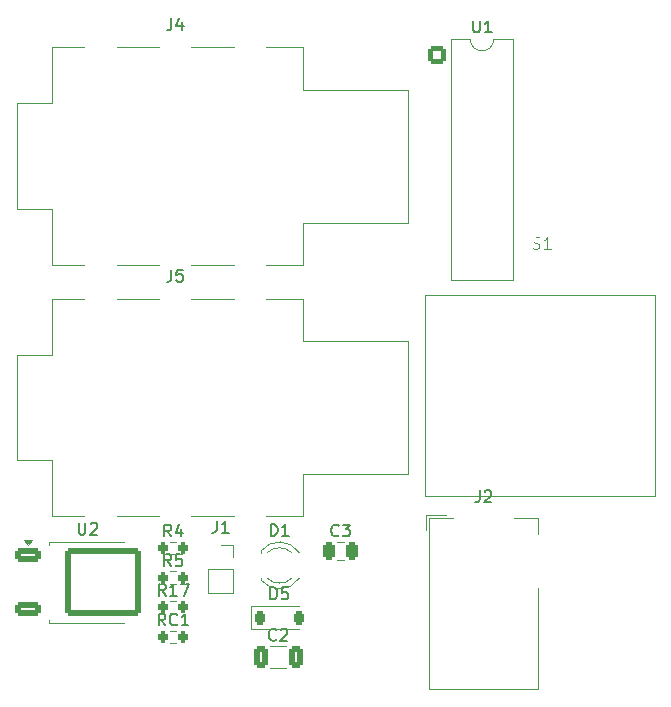
<source format=gbr>
%TF.GenerationSoftware,KiCad,Pcbnew,9.0.2*%
%TF.CreationDate,2025-06-29T21:27:56+12:00*%
%TF.ProjectId,Delay,44656c61-792e-46b6-9963-61645f706362,rev?*%
%TF.SameCoordinates,Original*%
%TF.FileFunction,Legend,Top*%
%TF.FilePolarity,Positive*%
%FSLAX46Y46*%
G04 Gerber Fmt 4.6, Leading zero omitted, Abs format (unit mm)*
G04 Created by KiCad (PCBNEW 9.0.2) date 2025-06-29 21:27:56*
%MOMM*%
%LPD*%
G01*
G04 APERTURE LIST*
G04 Aperture macros list*
%AMRoundRect*
0 Rectangle with rounded corners*
0 $1 Rounding radius*
0 $2 $3 $4 $5 $6 $7 $8 $9 X,Y pos of 4 corners*
0 Add a 4 corners polygon primitive as box body*
4,1,4,$2,$3,$4,$5,$6,$7,$8,$9,$2,$3,0*
0 Add four circle primitives for the rounded corners*
1,1,$1+$1,$2,$3*
1,1,$1+$1,$4,$5*
1,1,$1+$1,$6,$7*
1,1,$1+$1,$8,$9*
0 Add four rect primitives between the rounded corners*
20,1,$1+$1,$2,$3,$4,$5,0*
20,1,$1+$1,$4,$5,$6,$7,0*
20,1,$1+$1,$6,$7,$8,$9,0*
20,1,$1+$1,$8,$9,$2,$3,0*%
G04 Aperture macros list end*
%ADD10C,0.150000*%
%ADD11C,0.100000*%
%ADD12C,0.120000*%
%ADD13RoundRect,0.250000X-0.850000X-0.350000X0.850000X-0.350000X0.850000X0.350000X-0.850000X0.350000X0*%
%ADD14RoundRect,0.249997X-2.950003X-2.650003X2.950003X-2.650003X2.950003X2.650003X-2.950003X2.650003X0*%
%ADD15RoundRect,0.250000X-0.550000X-0.550000X0.550000X-0.550000X0.550000X0.550000X-0.550000X0.550000X0*%
%ADD16C,1.600000*%
%ADD17O,4.500000X3.000000*%
%ADD18RoundRect,0.200000X-0.200000X-0.275000X0.200000X-0.275000X0.200000X0.275000X-0.200000X0.275000X0*%
%ADD19C,3.000000*%
%ADD20R,4.600000X2.000000*%
%ADD21O,4.200000X2.000000*%
%ADD22O,2.000000X4.200000*%
%ADD23R,1.350000X1.350000*%
%ADD24C,1.350000*%
%ADD25RoundRect,0.225000X-0.225000X-0.375000X0.225000X-0.375000X0.225000X0.375000X-0.225000X0.375000X0*%
%ADD26R,1.800000X1.800000*%
%ADD27C,1.800000*%
%ADD28RoundRect,0.250000X-0.250000X-0.475000X0.250000X-0.475000X0.250000X0.475000X-0.250000X0.475000X0*%
%ADD29RoundRect,0.250000X-0.325000X-0.650000X0.325000X-0.650000X0.325000X0.650000X-0.325000X0.650000X0*%
G04 APERTURE END LIST*
D10*
X83928095Y-79789819D02*
X83928095Y-80599342D01*
X83928095Y-80599342D02*
X83975714Y-80694580D01*
X83975714Y-80694580D02*
X84023333Y-80742200D01*
X84023333Y-80742200D02*
X84118571Y-80789819D01*
X84118571Y-80789819D02*
X84309047Y-80789819D01*
X84309047Y-80789819D02*
X84404285Y-80742200D01*
X84404285Y-80742200D02*
X84451904Y-80694580D01*
X84451904Y-80694580D02*
X84499523Y-80599342D01*
X84499523Y-80599342D02*
X84499523Y-79789819D01*
X84928095Y-79885057D02*
X84975714Y-79837438D01*
X84975714Y-79837438D02*
X85070952Y-79789819D01*
X85070952Y-79789819D02*
X85309047Y-79789819D01*
X85309047Y-79789819D02*
X85404285Y-79837438D01*
X85404285Y-79837438D02*
X85451904Y-79885057D01*
X85451904Y-79885057D02*
X85499523Y-79980295D01*
X85499523Y-79980295D02*
X85499523Y-80075533D01*
X85499523Y-80075533D02*
X85451904Y-80218390D01*
X85451904Y-80218390D02*
X84880476Y-80789819D01*
X84880476Y-80789819D02*
X85499523Y-80789819D01*
X117308095Y-37274819D02*
X117308095Y-38084342D01*
X117308095Y-38084342D02*
X117355714Y-38179580D01*
X117355714Y-38179580D02*
X117403333Y-38227200D01*
X117403333Y-38227200D02*
X117498571Y-38274819D01*
X117498571Y-38274819D02*
X117689047Y-38274819D01*
X117689047Y-38274819D02*
X117784285Y-38227200D01*
X117784285Y-38227200D02*
X117831904Y-38179580D01*
X117831904Y-38179580D02*
X117879523Y-38084342D01*
X117879523Y-38084342D02*
X117879523Y-37274819D01*
X118879523Y-38274819D02*
X118308095Y-38274819D01*
X118593809Y-38274819D02*
X118593809Y-37274819D01*
X118593809Y-37274819D02*
X118498571Y-37417676D01*
X118498571Y-37417676D02*
X118403333Y-37512914D01*
X118403333Y-37512914D02*
X118308095Y-37560533D01*
D11*
X122363095Y-56534800D02*
X122505952Y-56582419D01*
X122505952Y-56582419D02*
X122744047Y-56582419D01*
X122744047Y-56582419D02*
X122839285Y-56534800D01*
X122839285Y-56534800D02*
X122886904Y-56487180D01*
X122886904Y-56487180D02*
X122934523Y-56391942D01*
X122934523Y-56391942D02*
X122934523Y-56296704D01*
X122934523Y-56296704D02*
X122886904Y-56201466D01*
X122886904Y-56201466D02*
X122839285Y-56153847D01*
X122839285Y-56153847D02*
X122744047Y-56106228D01*
X122744047Y-56106228D02*
X122553571Y-56058609D01*
X122553571Y-56058609D02*
X122458333Y-56010990D01*
X122458333Y-56010990D02*
X122410714Y-55963371D01*
X122410714Y-55963371D02*
X122363095Y-55868133D01*
X122363095Y-55868133D02*
X122363095Y-55772895D01*
X122363095Y-55772895D02*
X122410714Y-55677657D01*
X122410714Y-55677657D02*
X122458333Y-55630038D01*
X122458333Y-55630038D02*
X122553571Y-55582419D01*
X122553571Y-55582419D02*
X122791666Y-55582419D01*
X122791666Y-55582419D02*
X122934523Y-55630038D01*
X123886904Y-56582419D02*
X123315476Y-56582419D01*
X123601190Y-56582419D02*
X123601190Y-55582419D01*
X123601190Y-55582419D02*
X123505952Y-55725276D01*
X123505952Y-55725276D02*
X123410714Y-55820514D01*
X123410714Y-55820514D02*
X123315476Y-55868133D01*
D10*
X91263333Y-88474819D02*
X90930000Y-87998628D01*
X90691905Y-88474819D02*
X90691905Y-87474819D01*
X90691905Y-87474819D02*
X91072857Y-87474819D01*
X91072857Y-87474819D02*
X91168095Y-87522438D01*
X91168095Y-87522438D02*
X91215714Y-87570057D01*
X91215714Y-87570057D02*
X91263333Y-87665295D01*
X91263333Y-87665295D02*
X91263333Y-87808152D01*
X91263333Y-87808152D02*
X91215714Y-87903390D01*
X91215714Y-87903390D02*
X91168095Y-87951009D01*
X91168095Y-87951009D02*
X91072857Y-87998628D01*
X91072857Y-87998628D02*
X90691905Y-87998628D01*
X92263333Y-88379580D02*
X92215714Y-88427200D01*
X92215714Y-88427200D02*
X92072857Y-88474819D01*
X92072857Y-88474819D02*
X91977619Y-88474819D01*
X91977619Y-88474819D02*
X91834762Y-88427200D01*
X91834762Y-88427200D02*
X91739524Y-88331961D01*
X91739524Y-88331961D02*
X91691905Y-88236723D01*
X91691905Y-88236723D02*
X91644286Y-88046247D01*
X91644286Y-88046247D02*
X91644286Y-87903390D01*
X91644286Y-87903390D02*
X91691905Y-87712914D01*
X91691905Y-87712914D02*
X91739524Y-87617676D01*
X91739524Y-87617676D02*
X91834762Y-87522438D01*
X91834762Y-87522438D02*
X91977619Y-87474819D01*
X91977619Y-87474819D02*
X92072857Y-87474819D01*
X92072857Y-87474819D02*
X92215714Y-87522438D01*
X92215714Y-87522438D02*
X92263333Y-87570057D01*
X93215714Y-88474819D02*
X92644286Y-88474819D01*
X92930000Y-88474819D02*
X92930000Y-87474819D01*
X92930000Y-87474819D02*
X92834762Y-87617676D01*
X92834762Y-87617676D02*
X92739524Y-87712914D01*
X92739524Y-87712914D02*
X92644286Y-87760533D01*
X91287142Y-85964819D02*
X90953809Y-85488628D01*
X90715714Y-85964819D02*
X90715714Y-84964819D01*
X90715714Y-84964819D02*
X91096666Y-84964819D01*
X91096666Y-84964819D02*
X91191904Y-85012438D01*
X91191904Y-85012438D02*
X91239523Y-85060057D01*
X91239523Y-85060057D02*
X91287142Y-85155295D01*
X91287142Y-85155295D02*
X91287142Y-85298152D01*
X91287142Y-85298152D02*
X91239523Y-85393390D01*
X91239523Y-85393390D02*
X91191904Y-85441009D01*
X91191904Y-85441009D02*
X91096666Y-85488628D01*
X91096666Y-85488628D02*
X90715714Y-85488628D01*
X92239523Y-85964819D02*
X91668095Y-85964819D01*
X91953809Y-85964819D02*
X91953809Y-84964819D01*
X91953809Y-84964819D02*
X91858571Y-85107676D01*
X91858571Y-85107676D02*
X91763333Y-85202914D01*
X91763333Y-85202914D02*
X91668095Y-85250533D01*
X92572857Y-84964819D02*
X93239523Y-84964819D01*
X93239523Y-84964819D02*
X92810952Y-85964819D01*
X91763333Y-83454819D02*
X91430000Y-82978628D01*
X91191905Y-83454819D02*
X91191905Y-82454819D01*
X91191905Y-82454819D02*
X91572857Y-82454819D01*
X91572857Y-82454819D02*
X91668095Y-82502438D01*
X91668095Y-82502438D02*
X91715714Y-82550057D01*
X91715714Y-82550057D02*
X91763333Y-82645295D01*
X91763333Y-82645295D02*
X91763333Y-82788152D01*
X91763333Y-82788152D02*
X91715714Y-82883390D01*
X91715714Y-82883390D02*
X91668095Y-82931009D01*
X91668095Y-82931009D02*
X91572857Y-82978628D01*
X91572857Y-82978628D02*
X91191905Y-82978628D01*
X92668095Y-82454819D02*
X92191905Y-82454819D01*
X92191905Y-82454819D02*
X92144286Y-82931009D01*
X92144286Y-82931009D02*
X92191905Y-82883390D01*
X92191905Y-82883390D02*
X92287143Y-82835771D01*
X92287143Y-82835771D02*
X92525238Y-82835771D01*
X92525238Y-82835771D02*
X92620476Y-82883390D01*
X92620476Y-82883390D02*
X92668095Y-82931009D01*
X92668095Y-82931009D02*
X92715714Y-83026247D01*
X92715714Y-83026247D02*
X92715714Y-83264342D01*
X92715714Y-83264342D02*
X92668095Y-83359580D01*
X92668095Y-83359580D02*
X92620476Y-83407200D01*
X92620476Y-83407200D02*
X92525238Y-83454819D01*
X92525238Y-83454819D02*
X92287143Y-83454819D01*
X92287143Y-83454819D02*
X92191905Y-83407200D01*
X92191905Y-83407200D02*
X92144286Y-83359580D01*
X91763333Y-80944819D02*
X91430000Y-80468628D01*
X91191905Y-80944819D02*
X91191905Y-79944819D01*
X91191905Y-79944819D02*
X91572857Y-79944819D01*
X91572857Y-79944819D02*
X91668095Y-79992438D01*
X91668095Y-79992438D02*
X91715714Y-80040057D01*
X91715714Y-80040057D02*
X91763333Y-80135295D01*
X91763333Y-80135295D02*
X91763333Y-80278152D01*
X91763333Y-80278152D02*
X91715714Y-80373390D01*
X91715714Y-80373390D02*
X91668095Y-80421009D01*
X91668095Y-80421009D02*
X91572857Y-80468628D01*
X91572857Y-80468628D02*
X91191905Y-80468628D01*
X92620476Y-80278152D02*
X92620476Y-80944819D01*
X92382381Y-79897200D02*
X92144286Y-80611485D01*
X92144286Y-80611485D02*
X92763333Y-80611485D01*
X91766666Y-58364819D02*
X91766666Y-59079104D01*
X91766666Y-59079104D02*
X91719047Y-59221961D01*
X91719047Y-59221961D02*
X91623809Y-59317200D01*
X91623809Y-59317200D02*
X91480952Y-59364819D01*
X91480952Y-59364819D02*
X91385714Y-59364819D01*
X92719047Y-58364819D02*
X92242857Y-58364819D01*
X92242857Y-58364819D02*
X92195238Y-58841009D01*
X92195238Y-58841009D02*
X92242857Y-58793390D01*
X92242857Y-58793390D02*
X92338095Y-58745771D01*
X92338095Y-58745771D02*
X92576190Y-58745771D01*
X92576190Y-58745771D02*
X92671428Y-58793390D01*
X92671428Y-58793390D02*
X92719047Y-58841009D01*
X92719047Y-58841009D02*
X92766666Y-58936247D01*
X92766666Y-58936247D02*
X92766666Y-59174342D01*
X92766666Y-59174342D02*
X92719047Y-59269580D01*
X92719047Y-59269580D02*
X92671428Y-59317200D01*
X92671428Y-59317200D02*
X92576190Y-59364819D01*
X92576190Y-59364819D02*
X92338095Y-59364819D01*
X92338095Y-59364819D02*
X92242857Y-59317200D01*
X92242857Y-59317200D02*
X92195238Y-59269580D01*
X91766666Y-37084819D02*
X91766666Y-37799104D01*
X91766666Y-37799104D02*
X91719047Y-37941961D01*
X91719047Y-37941961D02*
X91623809Y-38037200D01*
X91623809Y-38037200D02*
X91480952Y-38084819D01*
X91480952Y-38084819D02*
X91385714Y-38084819D01*
X92671428Y-37418152D02*
X92671428Y-38084819D01*
X92433333Y-37037200D02*
X92195238Y-37751485D01*
X92195238Y-37751485D02*
X92814285Y-37751485D01*
X117866666Y-77054819D02*
X117866666Y-77769104D01*
X117866666Y-77769104D02*
X117819047Y-77911961D01*
X117819047Y-77911961D02*
X117723809Y-78007200D01*
X117723809Y-78007200D02*
X117580952Y-78054819D01*
X117580952Y-78054819D02*
X117485714Y-78054819D01*
X118295238Y-77150057D02*
X118342857Y-77102438D01*
X118342857Y-77102438D02*
X118438095Y-77054819D01*
X118438095Y-77054819D02*
X118676190Y-77054819D01*
X118676190Y-77054819D02*
X118771428Y-77102438D01*
X118771428Y-77102438D02*
X118819047Y-77150057D01*
X118819047Y-77150057D02*
X118866666Y-77245295D01*
X118866666Y-77245295D02*
X118866666Y-77340533D01*
X118866666Y-77340533D02*
X118819047Y-77483390D01*
X118819047Y-77483390D02*
X118247619Y-78054819D01*
X118247619Y-78054819D02*
X118866666Y-78054819D01*
X95626666Y-79644819D02*
X95626666Y-80359104D01*
X95626666Y-80359104D02*
X95579047Y-80501961D01*
X95579047Y-80501961D02*
X95483809Y-80597200D01*
X95483809Y-80597200D02*
X95340952Y-80644819D01*
X95340952Y-80644819D02*
X95245714Y-80644819D01*
X96626666Y-80644819D02*
X96055238Y-80644819D01*
X96340952Y-80644819D02*
X96340952Y-79644819D01*
X96340952Y-79644819D02*
X96245714Y-79787676D01*
X96245714Y-79787676D02*
X96150476Y-79882914D01*
X96150476Y-79882914D02*
X96055238Y-79930533D01*
X100166905Y-86264819D02*
X100166905Y-85264819D01*
X100166905Y-85264819D02*
X100405000Y-85264819D01*
X100405000Y-85264819D02*
X100547857Y-85312438D01*
X100547857Y-85312438D02*
X100643095Y-85407676D01*
X100643095Y-85407676D02*
X100690714Y-85502914D01*
X100690714Y-85502914D02*
X100738333Y-85693390D01*
X100738333Y-85693390D02*
X100738333Y-85836247D01*
X100738333Y-85836247D02*
X100690714Y-86026723D01*
X100690714Y-86026723D02*
X100643095Y-86121961D01*
X100643095Y-86121961D02*
X100547857Y-86217200D01*
X100547857Y-86217200D02*
X100405000Y-86264819D01*
X100405000Y-86264819D02*
X100166905Y-86264819D01*
X101643095Y-85264819D02*
X101166905Y-85264819D01*
X101166905Y-85264819D02*
X101119286Y-85741009D01*
X101119286Y-85741009D02*
X101166905Y-85693390D01*
X101166905Y-85693390D02*
X101262143Y-85645771D01*
X101262143Y-85645771D02*
X101500238Y-85645771D01*
X101500238Y-85645771D02*
X101595476Y-85693390D01*
X101595476Y-85693390D02*
X101643095Y-85741009D01*
X101643095Y-85741009D02*
X101690714Y-85836247D01*
X101690714Y-85836247D02*
X101690714Y-86074342D01*
X101690714Y-86074342D02*
X101643095Y-86169580D01*
X101643095Y-86169580D02*
X101595476Y-86217200D01*
X101595476Y-86217200D02*
X101500238Y-86264819D01*
X101500238Y-86264819D02*
X101262143Y-86264819D01*
X101262143Y-86264819D02*
X101166905Y-86217200D01*
X101166905Y-86217200D02*
X101119286Y-86169580D01*
X100191905Y-80894819D02*
X100191905Y-79894819D01*
X100191905Y-79894819D02*
X100430000Y-79894819D01*
X100430000Y-79894819D02*
X100572857Y-79942438D01*
X100572857Y-79942438D02*
X100668095Y-80037676D01*
X100668095Y-80037676D02*
X100715714Y-80132914D01*
X100715714Y-80132914D02*
X100763333Y-80323390D01*
X100763333Y-80323390D02*
X100763333Y-80466247D01*
X100763333Y-80466247D02*
X100715714Y-80656723D01*
X100715714Y-80656723D02*
X100668095Y-80751961D01*
X100668095Y-80751961D02*
X100572857Y-80847200D01*
X100572857Y-80847200D02*
X100430000Y-80894819D01*
X100430000Y-80894819D02*
X100191905Y-80894819D01*
X101715714Y-80894819D02*
X101144286Y-80894819D01*
X101430000Y-80894819D02*
X101430000Y-79894819D01*
X101430000Y-79894819D02*
X101334762Y-80037676D01*
X101334762Y-80037676D02*
X101239524Y-80132914D01*
X101239524Y-80132914D02*
X101144286Y-80180533D01*
X105933333Y-80849580D02*
X105885714Y-80897200D01*
X105885714Y-80897200D02*
X105742857Y-80944819D01*
X105742857Y-80944819D02*
X105647619Y-80944819D01*
X105647619Y-80944819D02*
X105504762Y-80897200D01*
X105504762Y-80897200D02*
X105409524Y-80801961D01*
X105409524Y-80801961D02*
X105361905Y-80706723D01*
X105361905Y-80706723D02*
X105314286Y-80516247D01*
X105314286Y-80516247D02*
X105314286Y-80373390D01*
X105314286Y-80373390D02*
X105361905Y-80182914D01*
X105361905Y-80182914D02*
X105409524Y-80087676D01*
X105409524Y-80087676D02*
X105504762Y-79992438D01*
X105504762Y-79992438D02*
X105647619Y-79944819D01*
X105647619Y-79944819D02*
X105742857Y-79944819D01*
X105742857Y-79944819D02*
X105885714Y-79992438D01*
X105885714Y-79992438D02*
X105933333Y-80040057D01*
X106266667Y-79944819D02*
X106885714Y-79944819D01*
X106885714Y-79944819D02*
X106552381Y-80325771D01*
X106552381Y-80325771D02*
X106695238Y-80325771D01*
X106695238Y-80325771D02*
X106790476Y-80373390D01*
X106790476Y-80373390D02*
X106838095Y-80421009D01*
X106838095Y-80421009D02*
X106885714Y-80516247D01*
X106885714Y-80516247D02*
X106885714Y-80754342D01*
X106885714Y-80754342D02*
X106838095Y-80849580D01*
X106838095Y-80849580D02*
X106790476Y-80897200D01*
X106790476Y-80897200D02*
X106695238Y-80944819D01*
X106695238Y-80944819D02*
X106409524Y-80944819D01*
X106409524Y-80944819D02*
X106314286Y-80897200D01*
X106314286Y-80897200D02*
X106266667Y-80849580D01*
X100643333Y-89669580D02*
X100595714Y-89717200D01*
X100595714Y-89717200D02*
X100452857Y-89764819D01*
X100452857Y-89764819D02*
X100357619Y-89764819D01*
X100357619Y-89764819D02*
X100214762Y-89717200D01*
X100214762Y-89717200D02*
X100119524Y-89621961D01*
X100119524Y-89621961D02*
X100071905Y-89526723D01*
X100071905Y-89526723D02*
X100024286Y-89336247D01*
X100024286Y-89336247D02*
X100024286Y-89193390D01*
X100024286Y-89193390D02*
X100071905Y-89002914D01*
X100071905Y-89002914D02*
X100119524Y-88907676D01*
X100119524Y-88907676D02*
X100214762Y-88812438D01*
X100214762Y-88812438D02*
X100357619Y-88764819D01*
X100357619Y-88764819D02*
X100452857Y-88764819D01*
X100452857Y-88764819D02*
X100595714Y-88812438D01*
X100595714Y-88812438D02*
X100643333Y-88860057D01*
X101024286Y-88860057D02*
X101071905Y-88812438D01*
X101071905Y-88812438D02*
X101167143Y-88764819D01*
X101167143Y-88764819D02*
X101405238Y-88764819D01*
X101405238Y-88764819D02*
X101500476Y-88812438D01*
X101500476Y-88812438D02*
X101548095Y-88860057D01*
X101548095Y-88860057D02*
X101595714Y-88955295D01*
X101595714Y-88955295D02*
X101595714Y-89050533D01*
X101595714Y-89050533D02*
X101548095Y-89193390D01*
X101548095Y-89193390D02*
X100976667Y-89764819D01*
X100976667Y-89764819D02*
X101595714Y-89764819D01*
D12*
%TO.C,U2*%
X81380000Y-81385000D02*
X81380000Y-81655000D01*
X81380000Y-88285000D02*
X81380000Y-88015000D01*
X87800000Y-81385000D02*
X81380000Y-81385000D01*
X87800000Y-88285000D02*
X81380000Y-88285000D01*
X79650000Y-81695000D02*
X79310000Y-81225000D01*
X79990000Y-81225000D01*
X79650000Y-81695000D01*
G36*
X79650000Y-81695000D02*
G01*
X79310000Y-81225000D01*
X79990000Y-81225000D01*
X79650000Y-81695000D01*
G37*
%TO.C,U1*%
X115420000Y-38820000D02*
X115420000Y-59260000D01*
X115420000Y-59260000D02*
X120720000Y-59260000D01*
X117070000Y-38820000D02*
X115420000Y-38820000D01*
X120720000Y-38820000D02*
X119070000Y-38820000D01*
X120720000Y-59260000D02*
X120720000Y-38820000D01*
X119070000Y-38820000D02*
G75*
G02*
X117070000Y-38820000I-1000000J0D01*
G01*
%TO.C,S1*%
D11*
X113225000Y-60525000D02*
X132725000Y-60525000D01*
X132725000Y-77525000D01*
X113225000Y-77525000D01*
X113225000Y-60525000D01*
D12*
%TO.C,RC1*%
X91692742Y-88927500D02*
X92167258Y-88927500D01*
X91692742Y-89972500D02*
X92167258Y-89972500D01*
%TO.C,R17*%
X91692742Y-86417500D02*
X92167258Y-86417500D01*
X91692742Y-87462500D02*
X92167258Y-87462500D01*
%TO.C,R5*%
X91692742Y-83907500D02*
X92167258Y-83907500D01*
X91692742Y-84952500D02*
X92167258Y-84952500D01*
%TO.C,R4*%
X91692742Y-81397500D02*
X92167258Y-81397500D01*
X91692742Y-82442500D02*
X92167258Y-82442500D01*
%TO.C,J5*%
X78680000Y-65555000D02*
X81680000Y-65555000D01*
X78680000Y-74455000D02*
X78680000Y-65555000D01*
X78680000Y-74495000D02*
X81680000Y-74495000D01*
X81680000Y-60805000D02*
X84400000Y-60805000D01*
X81680000Y-65555000D02*
X81680000Y-60805000D01*
X81680000Y-79245000D02*
X81680000Y-74495000D01*
X84400000Y-79245000D02*
X81680000Y-79245000D01*
X87150000Y-60805000D02*
X90750000Y-60805000D01*
X90750000Y-79245000D02*
X87150000Y-79245000D01*
X93450000Y-60805000D02*
X97050000Y-60805000D01*
X97050000Y-79245000D02*
X93450000Y-79245000D01*
X102920000Y-60805000D02*
X99800000Y-60805000D01*
X102920000Y-64405000D02*
X102920000Y-60805000D01*
X102920000Y-64405000D02*
X111770000Y-64405000D01*
X102920000Y-75645000D02*
X111770000Y-75645000D01*
X102920000Y-79245000D02*
X99800000Y-79245000D01*
X102920000Y-79245000D02*
X102920000Y-75645000D01*
X111770000Y-75645000D02*
X111770000Y-64405000D01*
%TO.C,J4*%
X78680000Y-44275000D02*
X81680000Y-44275000D01*
X78680000Y-53175000D02*
X78680000Y-44275000D01*
X78680000Y-53215000D02*
X81680000Y-53215000D01*
X81680000Y-39525000D02*
X84400000Y-39525000D01*
X81680000Y-44275000D02*
X81680000Y-39525000D01*
X81680000Y-57965000D02*
X81680000Y-53215000D01*
X84400000Y-57965000D02*
X81680000Y-57965000D01*
X87150000Y-39525000D02*
X90750000Y-39525000D01*
X90750000Y-57965000D02*
X87150000Y-57965000D01*
X93450000Y-39525000D02*
X97050000Y-39525000D01*
X97050000Y-57965000D02*
X93450000Y-57965000D01*
X102920000Y-39525000D02*
X99800000Y-39525000D01*
X102920000Y-43125000D02*
X102920000Y-39525000D01*
X102920000Y-43125000D02*
X111770000Y-43125000D01*
X102920000Y-54365000D02*
X111770000Y-54365000D01*
X102920000Y-57965000D02*
X99800000Y-57965000D01*
X102920000Y-57965000D02*
X102920000Y-54365000D01*
X111770000Y-54365000D02*
X111770000Y-43125000D01*
%TO.C,J2*%
X113300000Y-79100000D02*
X113300000Y-80400000D01*
X113600000Y-79400000D02*
X115600000Y-79400000D01*
X113600000Y-93900000D02*
X113600000Y-79400000D01*
X115000000Y-79100000D02*
X113300000Y-79100000D01*
X120800000Y-79400000D02*
X122800000Y-79400000D01*
X122800000Y-79400000D02*
X122800000Y-80700000D01*
X122800000Y-85300000D02*
X122800000Y-93900000D01*
X122800000Y-93900000D02*
X113600000Y-93900000D01*
%TO.C,J1*%
X94900000Y-83690000D02*
X94900000Y-85750000D01*
X94900000Y-83690000D02*
X97020000Y-83690000D01*
X94900000Y-85750000D02*
X97020000Y-85750000D01*
X95960000Y-81630000D02*
X97020000Y-81630000D01*
X97020000Y-81630000D02*
X97020000Y-82690000D01*
X97020000Y-83690000D02*
X97020000Y-85750000D01*
%TO.C,D5*%
X98545000Y-86810000D02*
X98545000Y-88810000D01*
X98545000Y-86810000D02*
X102555000Y-86810000D01*
X98545000Y-88810000D02*
X102555000Y-88810000D01*
%TO.C,D1*%
X99370000Y-82164000D02*
X99370000Y-82320000D01*
X99370000Y-84480000D02*
X99370000Y-84636000D01*
X99370000Y-82164484D02*
G75*
G02*
X102601437Y-82320000I1560000J-1235516D01*
G01*
X99889039Y-82320000D02*
G75*
G02*
X101970961Y-82320000I1040961J-1080000D01*
G01*
X101970961Y-84480000D02*
G75*
G02*
X99889039Y-84480000I-1040961J1080000D01*
G01*
X102601437Y-84480000D02*
G75*
G02*
X99370000Y-84635516I-1671437J1080000D01*
G01*
%TO.C,C3*%
X105838748Y-81435000D02*
X106361252Y-81435000D01*
X105838748Y-82905000D02*
X106361252Y-82905000D01*
%TO.C,C2*%
X100098748Y-90250000D02*
X101521252Y-90250000D01*
X100098748Y-92070000D02*
X101521252Y-92070000D01*
%TD*%
%LPC*%
D13*
%TO.C,U2*%
X79650000Y-82555000D03*
D14*
X85950000Y-84835000D03*
D13*
X79650000Y-87115000D03*
%TD*%
D15*
%TO.C,U1*%
X114260000Y-40150000D03*
D16*
X114260000Y-42690000D03*
X114260000Y-45230000D03*
X114260000Y-47770000D03*
X114260000Y-50310000D03*
X114260000Y-52850000D03*
X114260000Y-55390000D03*
X114260000Y-57930000D03*
X121880000Y-57930000D03*
X121880000Y-55390000D03*
X121880000Y-52850000D03*
X121880000Y-50310000D03*
X121880000Y-47770000D03*
X121880000Y-45230000D03*
X121880000Y-42690000D03*
X121880000Y-40150000D03*
%TD*%
D17*
%TO.C,S1*%
X117775000Y-64325000D03*
X117775000Y-69025000D03*
X117775000Y-73725000D03*
X122975000Y-64325000D03*
X122975000Y-69025000D03*
X122975000Y-73725000D03*
X128175000Y-64325000D03*
X128175000Y-69025000D03*
X128175000Y-73725000D03*
%TD*%
D18*
%TO.C,RC1*%
X91105000Y-89450000D03*
X92755000Y-89450000D03*
%TD*%
%TO.C,R17*%
X91105000Y-86940000D03*
X92755000Y-86940000D03*
%TD*%
%TO.C,R5*%
X91105000Y-84430000D03*
X92755000Y-84430000D03*
%TD*%
%TO.C,R4*%
X91105000Y-81920000D03*
X92755000Y-81920000D03*
%TD*%
D19*
%TO.C,J5*%
X92100000Y-61910000D03*
X92100000Y-78140000D03*
X98450000Y-61910000D03*
X98450000Y-78140000D03*
X85750000Y-61910000D03*
X85750000Y-78140000D03*
%TD*%
%TO.C,J4*%
X92100000Y-40630000D03*
X92100000Y-56860000D03*
X98450000Y-40630000D03*
X98450000Y-56860000D03*
X85750000Y-40630000D03*
X85750000Y-56860000D03*
%TD*%
D20*
%TO.C,J2*%
X118200000Y-80100000D03*
D21*
X118200000Y-86400000D03*
D22*
X123000000Y-83000000D03*
%TD*%
D23*
%TO.C,J1*%
X95960000Y-82690000D03*
D24*
X95960000Y-84690000D03*
%TD*%
D25*
%TO.C,D5*%
X99255000Y-87810000D03*
X102555000Y-87810000D03*
%TD*%
D26*
%TO.C,D1*%
X99660000Y-83400000D03*
D27*
X102200000Y-83400000D03*
%TD*%
D28*
%TO.C,C3*%
X105150000Y-82170000D03*
X107050000Y-82170000D03*
%TD*%
D29*
%TO.C,C2*%
X99335000Y-91160000D03*
X102285000Y-91160000D03*
%TD*%
%LPD*%
M02*

</source>
